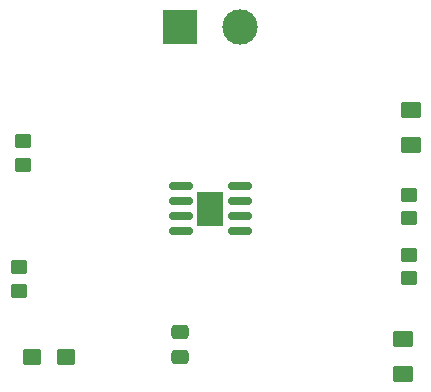
<source format=gbr>
%TF.GenerationSoftware,KiCad,Pcbnew,(6.0.10)*%
%TF.CreationDate,2023-02-17T09:14:47-08:00*%
%TF.ProjectId,555 Timer,35353520-5469-46d6-9572-2e6b69636164,rev?*%
%TF.SameCoordinates,Original*%
%TF.FileFunction,Soldermask,Top*%
%TF.FilePolarity,Negative*%
%FSLAX46Y46*%
G04 Gerber Fmt 4.6, Leading zero omitted, Abs format (unit mm)*
G04 Created by KiCad (PCBNEW (6.0.10)) date 2023-02-17 09:14:47*
%MOMM*%
%LPD*%
G01*
G04 APERTURE LIST*
G04 Aperture macros list*
%AMRoundRect*
0 Rectangle with rounded corners*
0 $1 Rounding radius*
0 $2 $3 $4 $5 $6 $7 $8 $9 X,Y pos of 4 corners*
0 Add a 4 corners polygon primitive as box body*
4,1,4,$2,$3,$4,$5,$6,$7,$8,$9,$2,$3,0*
0 Add four circle primitives for the rounded corners*
1,1,$1+$1,$2,$3*
1,1,$1+$1,$4,$5*
1,1,$1+$1,$6,$7*
1,1,$1+$1,$8,$9*
0 Add four rect primitives between the rounded corners*
20,1,$1+$1,$2,$3,$4,$5,0*
20,1,$1+$1,$4,$5,$6,$7,0*
20,1,$1+$1,$6,$7,$8,$9,0*
20,1,$1+$1,$8,$9,$2,$3,0*%
G04 Aperture macros list end*
%ADD10RoundRect,0.250000X-0.537500X-0.425000X0.537500X-0.425000X0.537500X0.425000X-0.537500X0.425000X0*%
%ADD11R,3.000000X3.000000*%
%ADD12C,3.000000*%
%ADD13RoundRect,0.250000X-0.450000X0.350000X-0.450000X-0.350000X0.450000X-0.350000X0.450000X0.350000X0*%
%ADD14RoundRect,0.250001X0.624999X-0.462499X0.624999X0.462499X-0.624999X0.462499X-0.624999X-0.462499X0*%
%ADD15RoundRect,0.150000X0.825000X0.150000X-0.825000X0.150000X-0.825000X-0.150000X0.825000X-0.150000X0*%
%ADD16R,2.290000X3.000000*%
%ADD17RoundRect,0.250000X-0.475000X0.337500X-0.475000X-0.337500X0.475000X-0.337500X0.475000X0.337500X0*%
G04 APERTURE END LIST*
D10*
%TO.C,C1*%
X134782500Y-109220000D03*
X137657500Y-109220000D03*
%TD*%
D11*
%TO.C,J1*%
X147320000Y-81280000D03*
D12*
X152400000Y-81280000D03*
%TD*%
D13*
%TO.C,R4*%
X166640000Y-100600000D03*
X166640000Y-102600000D03*
%TD*%
%TO.C,R3*%
X166640000Y-95520000D03*
X166640000Y-97520000D03*
%TD*%
D14*
%TO.C,D2*%
X166152500Y-110707500D03*
X166152500Y-107732500D03*
%TD*%
%TO.C,LED1*%
X166840000Y-91327500D03*
X166840000Y-88352500D03*
%TD*%
D15*
%TO.C,U1*%
X152335000Y-98592500D03*
X152335000Y-97322500D03*
X152335000Y-96052500D03*
X152335000Y-94782500D03*
X147385000Y-94782500D03*
X147385000Y-96052500D03*
X147385000Y-97322500D03*
X147385000Y-98592500D03*
D16*
X149860000Y-96687500D03*
%TD*%
D13*
%TO.C,R1*%
X133995000Y-90980000D03*
X133995000Y-92980000D03*
%TD*%
D17*
%TO.C,C2*%
X147320000Y-107145000D03*
X147320000Y-109220000D03*
%TD*%
D13*
%TO.C,R2*%
X133620000Y-101665000D03*
X133620000Y-103665000D03*
%TD*%
M02*

</source>
